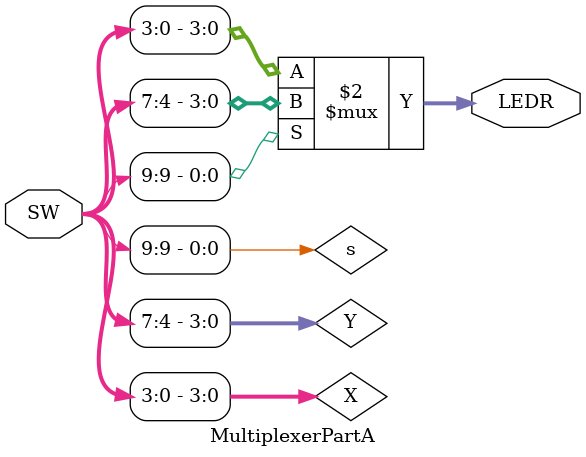
<source format=v>
module MultiplexerPartA (
    input [9:0] SW,    // Use switches SW9-SW0
    output [3:0] LEDR  // Output M to LEDs LEDR3-0
);

    // Inputs:
    // SW3-0 represent the 4-bit input X.
    // SW7-4 represent the 4-bit input Y.
    // SW9 is the select input s.

    wire [3:0] X = SW[3:0];  // SW3-0 as input X
    wire [3:0] Y = SW[7:4];  // SW7-4 as input Y
    wire s = SW[9];          // SW9 as the select input

    // 4-bit wide 2-to-1 multiplexer logic
    assign LEDR = (s == 0) ? X : Y;

endmodule

</source>
